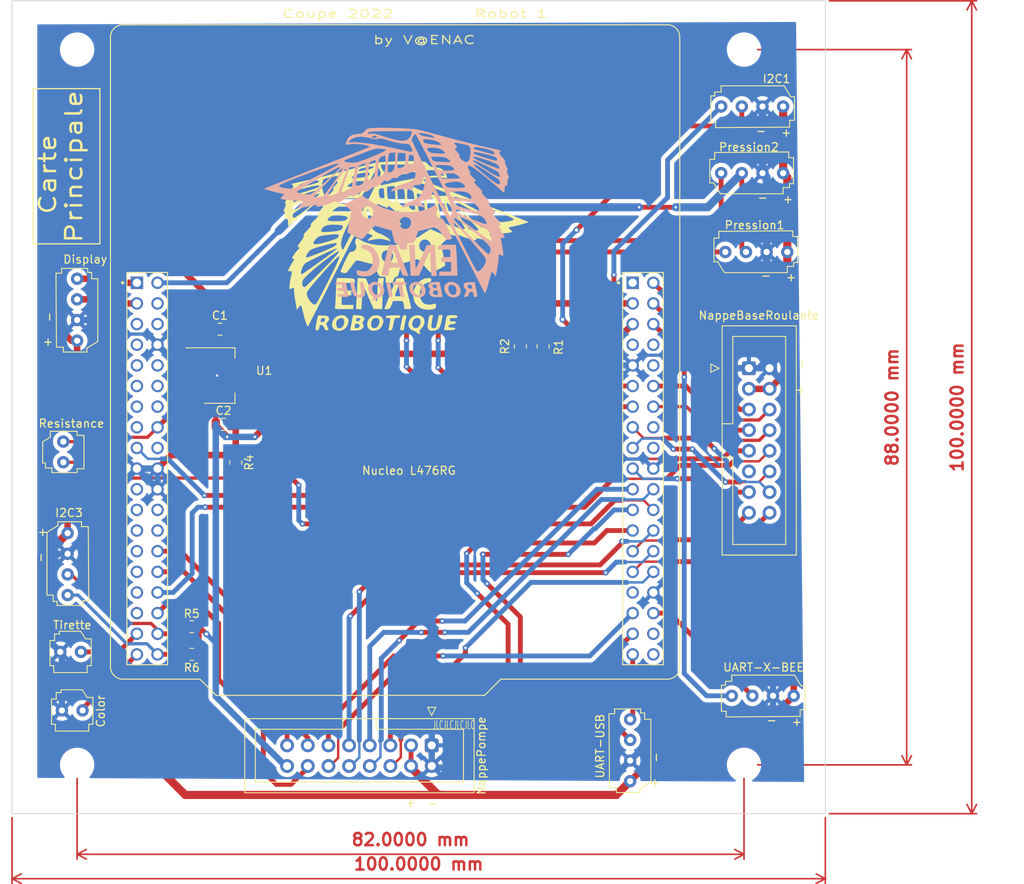
<source format=kicad_pcb>
(kicad_pcb (version 20211014) (generator pcbnew)
  (title_block (comment 4 "AISLER Project ID: FQXJOFHD"))
  (layers (0 "F.Cu" signal) (31 "B.Cu" signal) (34 "B.Paste" user) (35 "F.Paste" user) (36 "B.SilkS" user "B.Silkscreen") (37 "F.SilkS" user "F.Silkscreen") (38 "B.Mask" user) (39 "F.Mask" user) (44 "Edge.Cuts" user))
  (net 0 "")
  (net 1 "+5V")
  (net 2 "GND")
  (net 3 "+3V3")
  (net 4 "COL_GPIO")
  (net 5 "TIR_GPIO")
  (net 6 "SDA_I2C3")
  (net 7 "SCL_I2C3")
  (net 8 "USART_TX")
  (net 9 "USART_RX")
  (net 10 "XBeeTx")
  (net 11 "XbeeRx")
  (net 12 "MC1B")
  (net 13 "MC1A")
  (net 14 "MC2B")
  (net 15 "MC2A")
  (net 16 "CONTACTEUR1_GPIO")
  (net 17 "CONTACTEUR2_GPIO")
  (net 19 "DataAX12_TX")
  (net 20 "RC_1B")
  (net 21 "RC_1A")
  (net 22 "RC_2B")
  (net 23 "RC_2A")
  (net 24 "Mot2DIR")
  (net 25 "Mot2PWM")
  (net 26 "Mot1DIR")
  (net 27 "Mot1PWM")
  (net 28 "POMPE1")
  (net 29 "POMPE2")
  (net 30 "EV1")
  (net 31 "EV2")
  (net 32 "S1")
  (net 33 "S2")
  (net 34 "S3")
  (net 35 "DATA_PRESS_1")
  (net 36 "CLK_PRESS")
  (net 37 "A_Resistance")
  (net 38 "DIO_Display")
  (net 39 "CLK_Display")
  (net 40 "DATA_PRESS_2")
  (net 41 "SDA_I2C1")
  (net 42 "SCL_I2C1")
  (footprint "Resistor_SMD:R_0805_2012Metric" (layer "F.Cu") (at 120.3 77.5125 90)
    (fp_text reference "R1")
    (fp_text value "2.2k")
  )
  (footprint "library:HE14_EMBASE_1x04" (layer "F.Cu") (at 151.11 120.5 180)
    (fp_text reference "UART-X-BEE")
    (fp_text value "UART")
  )
  (footprint "Capacitor_SMD:C_0805_2012Metric" (layer "F.Cu") (at 80.55 75.4)
    (fp_text reference "C1")
    (fp_text value "100n")
  )
  (footprint "library:HE14_EMBASE_1x04" (layer "F.Cu") (at 142.19 56.2)
    (fp_text reference "Pression2")
    (fp_text value "Conn_01x04_Male")
  )
  (footprint "MountingHole:MountingHole_3.2mm_M3" (layer "F.Cu") (at 145 129)
    (fp_text reference "REF**" hide)
    (fp_text value "MountingHole_3.2mm_M3")
  )
  (footprint "library:HE14_EMBASE_1x04" (layer "F.Cu") (at 149.81 48 180)
    (fp_text reference "I2C1")
    (fp_text value "I2C")
  )
  (footprint "MountingHole:MountingHole_3.2mm_M3" (layer "F.Cu") (at 63 41)
    (fp_text reference "REF**" hide)
    (fp_text value "MountingHole_3.2mm_M3")
  )
  (footprint "Package_TO_SOT_SMD:SOT-223-3_TabPin2" (layer "F.Cu") (at 80.5 81.1)
    (fp_text reference "U1")
    (fp_text value "LT1129-3.3_SOT223")
  )
  (footprint "library:HE14_EMBASE_1x04" (layer "F.Cu") (at 63 76.81 90)
    (fp_text reference "Display")
    (fp_text value "Conn_01x04_Male")
  )
  (footprint "library:HE14_EMBASE_1x04" (layer "F.Cu") (at 142.7 65.9)
    (fp_text reference "Pression1")
    (fp_text value "Conn_01x04_Male")
  )
  (footprint "Capacitor_SMD:C_0805_2012Metric" (layer "F.Cu") (at 81 87.1)
    (fp_text reference "C2")
    (fp_text value "10u")
  )
  (footprint "Resistor_SMD:R_0805_2012Metric" (layer "F.Cu") (at 77.1 115.4 180)
    (fp_text reference "R6")
    (fp_text value "2.2k")
  )
  (footprint "library:ST_NUCLEO-F401RE" (layer "F.Cu") (at 102.1 79.2)
    (fp_text reference "Nucleo L476RG")
    (fp_text value "NUCLEO64-F411RE")
  )
  (footprint "library:HE14_EMBASE_1x02" (layer "F.Cu") (at 61.3 88.468 -90)
    (fp_text reference "Resistance")
    (fp_text value "Conn_01x02_Male")
  )
  (footprint "library:HE14_EMBASE_1x04" (layer "F.Cu") (at 131 131.01 90)
    (fp_text reference "UART-USB")
    (fp_text value "UART")
  )
  (footprint "MountingHole:MountingHole_3.2mm_M3" (layer "F.Cu") (at 63 129)
    (fp_text reference "REF**" hide)
    (fp_text value "MountingHole_3.2mm_M3")
  )
  (footprint "library:HE14_EMBASE_1x02" (layer "F.Cu") (at 64.232 115.1 180)
    (fp_text reference "Tirette")
    (fp_text value "Conn_01x02_Male")
  )
  (footprint "Resistor_SMD:R_0805_2012Metric" (layer "F.Cu") (at 82.5 91.8 -90)
    (fp_text reference "R4")
    (fp_text value "1k")
  )
  (footprint "MountingHole:MountingHole_3.2mm_M3" (layer "F.Cu") (at 145 41)
    (fp_text reference "REF**" hide)
    (fp_text value "MountingHole_3.2mm_M3")
  )
  (footprint "Connector_IDC:IDC-Header_2x08_P2.54mm_Vertical" (layer "F.Cu") (at 106.6 126.6 -90)
    (fp_text reference "NappePompe")
    (fp_text value "Conn_02x08_Top_Bottom")
  )
  (footprint "library:logo" (layer "F.Cu") (at 103.4 65.3)
    (fp_text reference "G***" hide)
    (fp_text value "LOGO" hide)
  )
  (footprint "Connector_IDC:IDC-Header_2x08_P2.54mm_Vertical" (layer "F.Cu") (at 145.6 80.2)
    (fp_text reference "NappeBaseRoulante")
    (fp_text value "Conn_02x08_Top_Bottom")
  )
  (footprint "Resistor_SMD:R_0805_2012Metric" (layer "F.Cu") (at 117.5 77.5125 90)
    (fp_text reference "R2")
    (fp_text value "2.2k")
  )
  (footprint "library:HE14_EMBASE_1x04" (layer "F.Cu") (at 61.832 100.49 -90)
    (fp_text reference "I2C3")
    (fp_text value "I2C")
  )
  (footprint "library:HE14_EMBASE_1x02" (layer "F.Cu") (at 64.432 122.3 180)
    (fp_text reference "Color")
    (fp_text value "Conn_01x02_Male")
  )
  (footprint "Resistor_SMD:R_0805_2012Metric" (layer "F.Cu") (at 77.0875 112 180)
    (fp_text reference "R5")
    (fp_text value "2.2k")
  )
  (footprint "library:logo" (layer "B.Cu") (at 101.1 61.2 180)
    (fp_text reference "G***" hide)
    (fp_text value "LOGO" hide)
  )
  (gr_line (start 57.6 45.8) (end 65.8 45.8) (layer "F.SilkS") (width 0.15))
  (gr_line (start 65.8 45.8) (end 65.8 64.9) (layer "F.SilkS") (width 0.15))
  (gr_line (start 57.6 64.9) (end 57.6 46) (layer "F.SilkS") (width 0.15))
  (gr_line (start 65.8 64.9) (end 57.6 64.9) (layer "F.SilkS") (width 0.15))
  (gr_line (start 57.6 46) (end 57.6 45.8) (layer "F.SilkS") (width 0.15))
  (gr_rect (start 55 35) (end 155 135) (layer "Edge.Cuts") (width 0.1) (fill none))
  (gr_text "+\n" (at 59.5 77 270) (layer "F.SilkS") (effects (font (size 1 1))))
  (gr_text "-" (at 59.7 73.9 270) (layer "F.SilkS") (effects (font (size 1 1))))
  (gr_text "-" (at 147.7 68.8) (layer "F.SilkS") (effects (font (size 1 1))))
  (gr_text "+\n" (at 58.7 100.4 90) (layer "F.SilkS") (effects (font (size 1 1))))
  (gr_text "Coupe 2022		Robot 1 \n\n by V@ENAC" (at 105.1 38.2) (layer "F.SilkS") (effects (font (size 1 1.5))))
  (gr_text "Carte \nPrincipale" (at 61 55.4 90) (layer "F.SilkS") (effects (font (size 2 2.5) (thickness 0.3))))
  (gr_text "-" (at 106.8 133.9 180) (layer "F.SilkS") (effects (font (size 1 1))))
  (gr_text "+\n" (at 150.2 51.2) (layer "F.SilkS") (effects (font (size 1 1))))
  (gr_text "+\n" (at 150.8 69) (layer "F.SilkS") (effects (font (size 1 1))))
  (gr_text "-" (at 152.2 79.8 270) (layer "F.SilkS") (effects (font (size 1 1))))
  (gr_text "-" (at 58.5 103.5 90) (layer "F.SilkS") (effects (font (size 1 1))))
  (gr_text "-" (at 147.3 59.2) (layer "F.SilkS") (effects (font (size 1 1))))
  (gr_text "+\n" (at 151.5 123.7) (layer "F.SilkS") (effects (font (size 1 1))))
  (gr_text "-" (at 134.3 128.1 270) (layer "F.SilkS") (effects (font (size 1 1))))
  (gr_text "-" (at 148.4 123.5) (layer "F.SilkS") (effects (font (size 1 1))))
  (gr_text "+\n" (at 104 133.8 180) (layer "F.SilkS") (effects (font (size 1 1))))
  (gr_text "+\n" (at 152 82.9 270) (layer "F.SilkS") (effects (font (size 1 1))))
  (gr_text "+\n" (at 150.4 59.4) (layer "F.SilkS") (effects (font (size 1 1))))
  (gr_text "-" (at 147.1 51) (layer "F.SilkS") (effects (font (size 1 1))))
  (gr_text "+\n" (at 134.1 131.2 270) (layer "F.SilkS") (effects (font (size 1 1))))
  (gr_text "JLCJLCJLCJLC" (at 109.3 124.1) (layer "F.SilkS") (effects (font (size 1 0.5) (thickness 0.08))))
  (dimension (type aligned) (layer "F.Cu") (pts (xy 145 129) (xy 145 41)) (height 20) (gr_text "88,0000 mm" (at 163.2 85 90) (layer "F.Cu") (effects (font (size 1.5 1.5) (thickness 0.3)))) (format (units 3) (units_format 1) (precision 4)) (style (thickness 0.2) (arrow_length 1.27) (text_position_mode 0) (extension_height 0.58642) (extension_offset 0.5) keep_text_aligned))
  (dimension (type aligned) (layer "F.Cu") (pts (xy 155 135) (xy 155 35)) (height 18) (gr_text "100,0000 mm" (at 171.2 85 90) (layer "F.Cu") (effects (font (size 1.5 1.5) (thickness 0.3)))) (format (units 3) (units_format 1) (precision 4)) (style (thickness 0.2) (arrow_length 1.27) (text_position_mode 0) (extension_height 0.58642) (extension_offset 0.5) keep_text_aligned))
  (dimension (type aligned) (layer "F.Cu") (pts (xy 155 135) (xy 55 135)) (height -8) (gr_text "100,0000 mm" (at 105 141.2) (layer "F.Cu") (effects (font (size 1.5 1.5) (thickness 0.3)))) (format (units 3) (units_format 1) (precision 4)) (style (thickness 0.2) (arrow_length 1.27) (text_position_mode 0) (extension_height 0.58642) (extension_offset 0.5) keep_text_aligned))
  (dimension (type aligned) (layer "F.Cu") (pts (xy 145 129) (xy 63 129)) (height -11) (gr_text "82,0000 mm" (at 104 138.2) (layer "F.Cu") (effects (font (size 1.5 1.5) (thickness 0.3)))) (format (units 3) (units_format 1) (precision 4)) (style (thickness 0.2) (arrow_length 1.27) (text_position_mode 0) (extension_height 0.58642) (extension_offset 0.5) keep_text_aligned))
  (segment (start 131 131.01) (end 129.31 132.7) (width 1) (layer "F.Cu") (net 1))
  (segment (start 150.32 56.71) (end 149.81 56.2) (width 1) (layer "F.Cu") (net 1))
  (segment (start 149.81 48) (end 149.81 56.2) (width 1) (layer "F.Cu") (net 1))
  (segment (start 61.832 95.832) (end 58.7 92.7) (width 0.8) (layer "F.Cu") (net 1))
  (segment (start 151.21 79.67) (end 150.32 78.78) (width 1) (layer "F.Cu") (net 1))
  (segment (start 58.7 87.6) (end 63 83.3) (width 0.8) (layer "F.Cu") (net 1))
  (segment (start 148.4 123.21) (end 151.11 120.5) (width 0.8) (layer "F.Cu") (net 1))
  (segment (start 108 132.7) (end 76.3 132.7) (width 1) (layer "F.Cu") (net 1))
  (segment (start 150.32 78.78) (end 150.32 65.9) (width 1) (layer "F.Cu") (net 1))
  (segment (start 58.6 103.722) (end 61.832 100.49) (width 1) (layer "F.Cu") (net 1))
  (segment (start 108 132.7) (end 107.42 132.7) (width 1) (layer "F.Cu") (net 1))
  (segment (start 148.14 82.74) (end 145.6 82.74) (width 0.8) (layer "F.Cu") (net 1))
  (segment (start 131 131.01) (end 138.71 123.3) (width 0.8) (layer "F.Cu") (net 1))
  (segment (start 74.3 66.5) (end 79.6 71.8) (width 0.8) (layer "F.Cu") (net 1))
  (segment (start 150.32 65.9) (end 150.32 56.71) (width 1) (layer "F.Cu") (net 1))
  (segment (start 62.31 76.81) (end 60.6 75.1) (width 0.8) (layer "F.Cu") (net 1))
  (segment (start 60.6 75.1) (end 60.6 68.3) (width 0.8) (layer "F.Cu") (net 1))
  (segment (start 151.21 79.67) (end 151.11 79.77) (width 0.8) (layer "F.Cu") (net 1))
  (segment (start 76.3 132.7) (end 75.95 132.35) (width 1) (layer "F.Cu") (net 1))
  (segment (start 61.832 100.49) (end 61.832 95.832) (width 0.8) (layer "F.Cu") (net 1))
  (segment (start 60.2 124.7) (end 58.6 123.1) (width 1) (layer "F.Cu") (net 1))
  (segment (start 58.7 92.7) (end 58.7 87.6) (width 0.8) (layer "F.Cu") (net 1))
  (segment (start 79.6 71.8) (end 79.6 75.4) (width 0.8) (layer "F.Cu") (net 1))
  (segment (start 62.4 66.5) (end 74.3 66.5) (width 0.8) (layer "F.Cu") (net 1))
  (segment (start 60.6 68.3) (end 62.4 66.5) (width 0.8) (layer "F.Cu") (net 1))
  (segment (start 75.95 132.35) (end 68.3 124.7) (width 1) (layer "F.Cu") (net 1))
  (segment (start 129.31 132.7) (end 108 132.7) (width 1) (layer "F.Cu") (net 1))
  (segment (start 151.21 79.67) (end 148.14 82.74) (width 0.8) (layer "F.Cu") (net 1))
  (segment (start 63 76.81) (end 62.31 76.81) (width 0.8) (layer "F.Cu") (net 1))
  (segment (start 104.06 129.34) (end 104.06 126.8) (width 0.6) (layer "F.Cu") (net 1))
  (segment (start 107.42 132.7) (end 104.06 129.34) (width 1) (layer "F.Cu") (net 1))
  (segment (start 77.35 77.65) (end 79.6 75.4) (width 0.8) (layer "F.Cu") (net 1))
  (segment (start 63 83.3) (end 63 76.81) (width 0.8) (layer "F.Cu") (net 1))
  (segment (start 68.3 124.7) (end 60.2 124.7) (width 1) (layer "F.Cu") (net 1))
  (segment (start 151.11 79.77) (end 151.11 120.5) (width 0.8) (layer "F.Cu") (net 1))
  (segment (start 77.35 78.8) (end 77.35 77.65) (width 0.8) (layer "F.Cu") (net 1))
  (segment (start 59.011 103.311) (end 61.832 100.49) (width 0.8) (layer "F.Cu") (net 1))
  (segment (start 58.6 103.722) (end 59.011 103.311) (width 1) (layer "F.Cu") (net 1))
  (segment (start 58.6 113.5) (end 58.6 103.722) (width 1) (layer "F.Cu") (net 1))
  (segment (start 148.4 123.3) (end 148.4 123.21) (width 0.8) (layer "F.Cu") (net 1))
  (segment (start 58.6 123.1) (end 58.6 113.5) (width 1) (layer "F.Cu") (net 1))
  (segment (start 138.71 123.3) (end 148.4 123.3) (width 0.8) (layer "F.Cu") (net 1))
  (segment (start 82.5 90.8875) (end 74.5525 90.8875) (width 0.8) (layer "F.Cu") (net 2))
  (segment (start 82.5 90.8875) (end 82.5 87.65) (width 0.8) (layer "F.Cu") (net 2))
  (segment (start 81.95 82.8) (end 83.65 81.1) (width 0.8) (layer "F.Cu") (net 2))
  (segment (start 81.95 87.1) (end 81.95 82.8) (width 0.8) (layer "F.Cu") (net 2))
  (segment (start 80.2 81.1) (end 77.35 81.1) (width 0.8) (layer "F.Cu") (net 2))
  (segment (start 82.5 87.65) (end 81.95 87.1) (width 0.8) (layer "F.Cu") (net 2))
  (segment (start 74.5525 90.8875) (end 72.89 92.55) (width 0.8) (layer "F.Cu") (net 2))
  (segment (start 83.65 81.1) (end 83.65 80.95) (width 0.8) (layer "F.Cu") (net 2))
  (segment (start 83.65 77.55) (end 81.5 75.4) (width 0.8) (layer "F.Cu") (net 2))
  (segment (start 83.65 81.1) (end 80.2 81.1) (width 0.8) (layer "F.Cu") (net 2))
  (segment (start 83.65 80.95) (end 83.65 77.55) (width 0.8) (layer "F.Cu") (net 2))
  (via (at 80.2 81.1) (size 0.7) (drill 0.3) (layers "F.Cu" "B.Cu") (net 2))
  (segment (start 148.1 78.9) (end 148.2 78.9) (width 0.8) (layer "B.Cu") (net 2))
  (segment (start 128.6 80.9) (end 128.6 90.3) (width 0.8) (layer "B.Cu") (net 2))
  (segment (start 135.4 78.6) (end 137 80.2) (width 0.8) (layer "B.Cu") (net 2))
  (segment (start 135.8 109.7) (end 135.8 123.1) (width 0.8) (layer "B.Cu") (net 2))
  (segment (start 147.78 65.9) (end 147.78 56.71) (width 1) (layer "B.Cu") (net 2))
  (segment (start 146.9 80.1) (end 148.1 78.9) (width 0.8) (layer "B.Cu") (net 2))
  (segment (start 149.245 81.305) (end 148.14 80.2) (width 0.8) (layer "B.Cu") (net 2))
  (segment (start 147.27 56.2) (end 147.27 48) (width 1) (layer "B.Cu") (net 2))
  (segment (start 151.1 83.16) (end 149.245 81.305) (width 0.8) (layer "B.Cu") (net 2))
  (segment (start 148.2 78.9) (end 148.2 80.26) (width 0.8) (layer "B.Cu") (net 2))
  (segment (start 132.56 78.6) (end 135.4 78.6) (width 0.4) (layer "B.Cu") (net 2))
  (segment (start 147.78 67.68) (end 147.78 65.9) (width 1) (layer "B.Cu") (net 2))
  (segment (start 61.13 115.3) (end 60.93 115.1) (width 0.8) (layer "B.Cu") (net 2))
  (segment (start 130.13 129.34) (end 131 128.47) (width 0.8) (layer "B.Cu") (net 2))
  (segment (start 76.68 81.1) (end 72.89 77.31) (width 0.8) (layer "B.Cu") (net 2))
  (segment (start 89.75 87.05) (end 106.6 103.9) (width 0.8) (layer "B.Cu") (net 2))
  (segment (start 133.27 125.63) (end 133.27 126.2) (width 0.8) (layer "B.Cu") (net 2))
  (segment (start 148.67 78.43) (end 148.67 80.73) (width 0.8) (layer "B.Cu") (net 2))
  (segment (start 148.67 68.57) (end 147.78 67.68) (width 1) (layer "B.Cu") (net 2))
  (segment (start 148.2 80.26) (end 148.87 80.93) (width 0.8) (layer "B.Cu") (net 2))
  (segment (start 148.67 78.43) (end 148.67 68.57) (width 1) (layer "B.Cu") (net 2))
  (segment (start 70.35 92.55) (end 72.89 92.55) (width 0.8) (layer "B.Cu") (net 2))
  (segment (start 133.85 92.55) (end 132.685489 91.385489) (width 0.4) (layer "B.Cu") (net 2))
  (segment (start 72.89 77.31) (end 72.89 76.99) (width 0.4) (layer "B.Cu") (net 2))
  (segment (start 148.57 120.5) (end 148.57 122.43) (width 0.8) (layer "B.Cu") (net 2))
  (segment (start 72.89 95.09) (end 72.89 92.55) (width 0.8) (layer "B.Cu") (net 2))
  (segment (start 148.57 120.5) (end 148.57 115.68) (width 0.8) (layer "B.Cu") (net 2))
  (segment (start 59.9 103.8) (end 59.9 114.07) (width 0.8) (layer "B.Cu") (net 2))
  (segment (start 129.685489 91.385489) (end 129.3 91) (width 0.4) (layer "B.Cu") (net 2))
  (segment (start 132.685489 91.385489) (end 129.685489 91.385489) (width 0.4) (layer "B.Cu") (net 2))
  (segment (start 106.6 103.9) (end 106.6 126.8) (width 0.8) (layer "B.Cu") (net 2))
  (segment (start 61.832 103.03) (end 68.4 96.462) (width 0.8) (layer "B.Cu") (net 2))
  (segment (start 106.6 129.34) (end 130.13 129.34) (width 0.8) (layer "B.Cu") (net 2))
  (segment (start 147.78 56.71) (end 147.27 56.2) (width 1) (layer "B.Cu") (net 2))
  (segment (start 71.9 76) (end 69.2 76) (width 0.4) (layer "B.Cu") (net 2))
  (segment (start 148.67 80.73) (end 148.87 80.93) (width 0.8) (layer "B.Cu") (net 2))
  (segment (start 135.1 123.8) (end 133.27 125.63) (width 0.8) (layer "B.Cu") (net 2))
  (segment (start 106.6 129.34) (end 106.6 126.8) (width 0.8) (layer "B.Cu") (net 2))
  (segment (start 89.45 87.05) (end 89.75 87.05) (width 0.8) (layer "B.Cu") (net 2))
  (segment (start 83.65 80.95) (end 89.75 87.05) (width 0.8) (layer "B.Cu") (net 2))
  (segment (start 131.31 79.85) (end 132.56 78.6) (width 0.4) (layer "B.Cu") (net 2))
  (segment (start 135.76 109.7) (end 133.85 107.79) (width 0.8) (layer "B.Cu") (net 2))
  (segment (start 147.2 123.8) (end 135.1 123.8) (width 0.8) (layer "B.Cu") (net 2))
  (segment (start 59.9 114.07) (end 60.93 115.1) (width 0.8) (layer "B.Cu") (net 2))
  (segment (start 148.14 80.2) (end 145.6 80.2) (width 0.8) (layer "B.Cu") (net 2))
  (segment (start 133.27 126.2) (end 131 128.47) (width 0.8) (layer "B.Cu") (net 2))
  (segment (start 69.2 76) (end 67.47 74.27) (width 0.8) (layer "B.Cu") (net 2))
  (segment (start 131.31 79.85) (end 129.65 79.85) (width 0.8) (layer "B.Cu") (net 2))
  (segment (start 83.5 81.1) (end 80.2 81.1) (width 0.8) (layer "B.Cu") (net 2))
  (segment (start 148.57 122.43) (end 147.2 123.8) (width 0.8) (layer "B.Cu") (net 2))
  (segment (start 60.67 103.03) (end 59.9 103.8) (width 0.8) (layer "B.Cu") (net 2))
  (segment (start 129.65 79.85) (end 128.6 80.9) (width 0.8) (layer "B.Cu") (net 2))
  (segment (start 61.13 122.3) (end 61.13 115.3) (width 0.8) (layer "B.Cu") (net 2))
  (segment (start 148.87 80.93) (end 149.245 81.305) (width 0.8) (layer "B.Cu") (net 2))
  (segment (start 61.832 103.03) (end 60.67 103.03) (width 0.8) (layer "B.Cu") (net 2))
  (segment (start 67.47 74.27) (end 63 74.27) (width 0.8) (layer "B.Cu") (net 2))
  (segment (start 83.5 81.1) (end 89.45 87.05) (width 0.8) (layer "B.Cu") (net 2))
  (segment (start 68.4 96.462) (end 68.4 94.5) (width 0.8) (layer "B.Cu") (net 2))
  (segment (start 72.89 76.99) (end 71.9 76) (width 0.4) (layer "B.Cu") (net 2))
  (segment (start 68.4 94.5) (end 70.35 92.55) (width 0.8) (layer "B.Cu") (net 2))
  (segment (start 148.67 78.43) (end 148.2 78.9) (width 0.8) (layer "B.Cu") (net 2))
  (segment (start 135.8 109.7) (end 135.76 109.7) (width 0.8) (layer "B.Cu") (net 2))
  (segment (start 128.6 90.3) (end 129.3 91) (width 0.8) (layer "B.Cu") (net 2))
  (segment (start 70.35 92.55) (end 72.89 95.09) (width 0.8) (layer "B.Cu") (net 2))
  (segment (start 80.2 81.1) (end 76.68 81.1) (width 0.8) (layer "B.Cu") (net 2))
  (segment (start 151.1 113.15) (end 151.1 83.16) (width 0.8) (layer "B.Cu") (net 2))
  (segment (start 135.8 123.1) (end 135.1 123.8) (width 0.8) (layer "B.Cu") (net 2))
  (segment (start 137 80.2) (end 145.6 80.2) (width 0.8) (layer "B.Cu") (net 2))
  (segment (start 148.57 115.68) (end 151.1 113.15) (width 0.8) (layer "B.Cu") (net 2))
  (segment (start 80.05 86.1) (end 80.05 87.1) (width 0.6) (layer "F.Cu") (net 3))
  (segment (start 81.45 88.65) (end 80.05 87.25) (width 0.8) (layer "F.Cu") (net 3))
  (segment (start 71.66 88.7) (end 68.2 88.7) (width 0.4) (layer "F.Cu") (net 3))
  (segment (start 68.2 88.7) (end 67.67 89.23) (width 0.4) (layer "F.Cu") (net 3))
  (segment (start 78.0125 112.0125) (end 78 112) (width 0.6) (layer "F.Cu") (net 3))
  (segment (start 78 112) (end 78.9 112.9) (width 0.6) (layer "F.Cu") (net 3))
  (segment (start 72.89 87.47) (end 71.66 88.7) (width 0.4) (layer "F.Cu") (net 3))
  (segment (start 80.05 87.25) (end 80.05 87.1) (width 0.8) (layer "F.Cu") (net 3))
  (segment (start 76.96 83.4) (end 77.35 83.4) (width 0.6) (layer "F.Cu") (net 3))
  (segment (start 120.3 78.425) (end 117.5 78.425) (width 0.8) (layer "F.Cu") (net 3))
  (segment (start 77.35 83.4) (end 80.05 86.1) (width 0.6) (layer "F.Cu") (net 3))
  (segment (start 72.89 87.47) (end 76.96 83.4) (width 0.6) (layer "F.Cu") (net 3))
  (segment (start 95.075 78.425) (end 84.85 88.65) (width 0.8) (layer "F.Cu") (net 3))
  (segment (start 78.0125 115.4) (end 78.0125 112.0125) (width 0.6) (layer "F.Cu") (net 3))
  (segment (start 117.5 78.425) (end 95.175 78.425) (width 0.8) (layer "F.Cu") (net 3))
  (segment (start 117.5875 78.3375) (end 117.5 78.425) (width 0.4) (layer "F.Cu") (net 3))
  (segment (start 67.67 89.23) (end 61.3 89.23) (width 0.4) (layer "F.Cu") (net 3))
  (segment (start 95.175 78.425) (end 95.075 78.425) (width 0.8) (layer "F.Cu") (net 3))
  (via (at 84.85 88.65) (size 0.7) (drill 0.3) (layers "F.Cu" "B.Cu") (net 3))
  (via (at 81.45 88.65) (size 0.7) (drill 0.3) (layers "F.Cu" "B.Cu") (net 3))
  (via (at 78.9 112.9) (size 0.8) (drill 0.4) (layers "F.Cu" "B.Cu") (net 3))
  (segment (start 80.05 109.95) (end 80.05 114.25) (width 0.8) (layer "B.Cu") (net 3))
  (segment (start 80.05 87.1) (end 80.05 87.45) (width 0.8) (layer "B.Cu") (net 3))
  (segment (start 80.05 114.05) (end 80.05 114.25) (width 0.6) (layer "B.Cu") (net 3))
  (segment (start 80.05 114.25) (end 80.05 120.57) (width 0.8) (layer "B.Cu") (net 3))
  (segment (start 80.05 120.57) (end 88.82 129.34) (width 0.8) (layer "B.Cu") (net 3))
  (segment (start 78.9 112.9) (end 80.05 114.05) (width 0.6) (layer "B.Cu") (net 3))
  (segment (start 80.05 87.1) (end 80.05 109.95) (width 0.8) (layer "B.Cu") (net 3))
  (segment (start 80.05 87.45) (end 81.25 88.65) (width 0.8) (layer "B.Cu") (net 3))
  (segment (start 81.25 88.65) (end 81.45 88.65) (width 0.8) (layer "B.Cu") (net 3))
  (segment (start 81.45 88.65) (end 84.85 88.65) (width 0.8) (layer "B.Cu") (net 3))
  (segment (start 63.67 122.09) (end 63.67 122.3) (width 0.6) (layer "F.Cu") (net 4))
  (segment (start 70.35 115.41) (end 63.67 122.09) (width 0.6) (layer "F.Cu") (net 4))
  (segment (start 70.35 112.87) (end 68.12 115.1) (width 0.6) (layer "F.Cu") (net 5))
  (segment (start 68.12 115.1) (end 63.47 115.1) (width 0.6) (layer "F.Cu") (net 5))
  (segment (start 68.3 111.6) (end 62.27 105.57) (width 0.4) (layer "F.Cu") (net 6))
  (segment (start 72.89 112.87) (end 72.89 112.39) (width 0.4) (layer "F.Cu") (net 6))
  (segment (start 72.1 111.6) (end 68.3 111.6) (width 0.4) (layer "F.Cu") (net 6))
  (segment (start 76.175 112.225) (end 76.175 112) (width 0.6) (layer "F.Cu") (net 6))
  (segment (start 72.89 112.39) (end 72.1 111.6) (width 0.4) (layer "F.Cu") (net 6))
  (segment (start 75.53 112.87) (end 76.175 112.225) (width 0.6) (layer "F.Cu") (net 6))
  (segment (start 75.53 112.87) (end 72.89 112.87) (width 0.6) (layer "F.Cu") (net 6))
  (segment (start 73.02 113) (end 72.89 112.87) (width 0.6) (layer "F.Cu") (net 6))
  (segment (start 62.27 105.57) (end 61.832 105.57) (width 0.4) (layer "F.Cu") (net 6))
  (segment (start 72.9 115.4) (end 72.89 115.41) (width 0.6) (layer "F.Cu") (net 7))
  (segment (start 76.1875 115.4) (end 72.9 115.4) (width 0.6) (layer "F.Cu") (net 7))
  (segment (start 63.11 108.11) (end 69.1 114.1) (width 0.4) (layer "B.Cu") (net 7))
  (segment (start 61.832 108.11) (end 63.11 108.11) (width 0.4) (layer "B.Cu") (net 7))
  (segment (start 71.58 114.1) (end 72.89 115.41) (width 0.4) (layer "B.Cu") (net 7))
  (segment (start 69.1 114.1) (end 71.58 114.1) (width 0.4) (layer "B.Cu") (net 7))
  (segment (start 131 125.93) (end 128.8 123.73) (width 0.6) (layer "F.Cu") (net 8))
  (segment (start 128.8 115.38) (end 131.31 112.87) (width 0.6) (layer "F.Cu") (net 8))
  (segment (start 128.8 123.73) (end 128.8 115.38) (width 0.6) (layer "F.Cu") (net 8))
  (segment (start 131.31 115.41) (end 131.31 123.08) (width 0.6) (layer "F.Cu") (net 9))
  (segment (start 131.31 123.08) (end 131 123.39) (width 0.6) (layer "F.Cu") (net 9))
  (segment (start 135.86 110.33) (end 133.85 110.33) (width 0.6) (layer "F.Cu") (net 10))
  (segment (start 146.03 120.5) (end 135.86 110.33) (width 0.6) (layer "F.Cu") (net 10))
  (segment (start 133.85 74.77) (end 137.65 78.57) (width 0.6) (layer "F.Cu") (net 11))
  (segment (start 137.65 78.57) (end 137.65 81.3) (width 0.6) (layer "F.Cu") (net 11))
  (via (at 137.65 81.3) (size 0.7) (drill 0.3) (layers "F.Cu" "B.Cu") (net 11))
  (segment (start 140.4 120.5) (end 143.49 120.5) (width 0.6) (layer "B.Cu") (net 11))
  (segment (start 137.65 117.75) (end 140.4 120.5) (width 0.6) (layer "B.Cu") (net 11))
  (segment (start 137.65 81.3) (end 137.65 117.75) (width 0.6) (layer "B.Cu") (net 11))
  (segment (start 143.8 79.64) (end 133.85 69.69) (width 0.6) (layer "F.Cu") (net 12))
  (segment (start 143.8 84.6) (end 143.8 79.64) (width 0.6) (layer "F.Cu") (net 12))
  (segment (start 144.48 85.28) (end 143.8 84.6) (width 0.6) (layer "F.Cu") (net 12))
  (segment (start 145.6 85.28) (end 144.48 85.28) (width 0.6) (layer "F.Cu") (net 12))
  (segment (start 143.9 86.4) (end 144.070489 86.570489) (width 0.4) (layer "F.Cu") (net 13))
  (segment (start 133.85 72.23) (end 142.22 80.6) (width 0.6) (layer "F.Cu") (net 13))
  (segment (start 142.7 81.08) (end 142.7 84.5) (width 0.6) (layer "F.Cu") (net 13))
  (segment (start 146.849511 86.570489) (end 148.14 85.28) (width 0.4) (layer "F.Cu") (net 13))
  (segment (start 142.7 84.5) (end 142.7 85.2) (width 0.6) (layer "F.Cu") (net 13))
  (segment (start 142.22 80.6) (end 142.7 81.08) (width 0.6) (layer "F.Cu") (net 13))
  (segment (start 143.7 86.2) (end 143.9 86.4) (width 0.6) (layer "F.Cu") (net 13))
  (segment (start 144.070489 86.570489) (end 146.849511 86.570489) (width 0.4) (layer "F.Cu") (net 13))
  (segment (start 142.7 85.2) (end 143.7 86.2) (width 0.6) (layer "F.Cu") (net 13))
  (segment (start 145.6 87.82) (end 143.27 87.82) (width 0.6) (layer "F.Cu") (net 14))
  (segment (start 143.27 87.82) (end 137.84 82.39) (width 0.6) (layer "F.Cu") (net 14))
  (segment (start 137.84 82.39) (end 133.85 82.39) (width 0.6) (layer "F.Cu") (net 14))
  (segment (start 142.8 89.1) (end 142.1 89.1) (width 0.4) (layer "F.Cu") (net 15))
  (segment (start 142.8 89.1) (end 142.830489 89.069511) (width 0.4) (layer "F.Cu") (net 15))
  (segment (start 142.860489 89.160489) (end 142.8 89.1) (width 0.3) (layer "F.Cu") (net 15))
  (segment (start 142.1 89.1) (end 137.93 84.93) (width 0.4) (layer "F.Cu") (net 15))
  (segment (start 146.890489 89.069511) (end 148.14 87.82) (width 0.4) (layer "F.Cu") (net 15))
  (segment (start 137.93 84.93) (end 133.85 84.93) (width 0.4) (layer "F.Cu") (net 15))
  (segment (start 142.830489 89.069511) (end 146.890489 89.069511) (width 0.4) (layer "F.Cu") (net 15))
  (segment (start 128.7 91.35) (end 135.8 91.35) (width 0.3) (layer "F.Cu") (net 16))
  (segment (start 143.34 90.36) (end 142.35 91.35) (width 0.6) (layer "F.Cu") (net 16))
  (segment (start 142.35 91.35) (end 135.8 91.35) (width 0.6) (layer "F.Cu") (net 16))
  (segment (start 124.2 95.85) (end 128.7 91.35) (width 0.6) (layer "F.Cu") (net 16))
  (segment (start 78.65 95.85) (end 124.2 95.85) (width 0.6) (layer "F.Cu") (net 16))
  (segment (start 145.6 90.36) (end 143.34 90.36) (width 0.6) (layer "F.Cu") (net 16))
  (via (at 78.65 95.85) (size 0.7) (drill 0.3) (layers "F.Cu" "B.Cu") (net 16))
  (segment (start 71.69 91.35) (end 73.4 91.35) (width 0.3) (layer "B.Cu") (net 16))
  (segment (start 74.15 91.35) (end 78.65 95.85) (width 0.6) (layer "B.Cu") (net 16))
  (segment (start 70.35 90.01) (end 71.69 91.35) (width 0.3) (layer "B.Cu") (net 16))
  (segment (start 73.4 91.35) (end 74.15 91.35) (width 0.6) (layer "B.Cu") (net 16))
  (segment (start 146.85 91.65) (end 143.7 91.65) (width 0.3) (layer "F.Cu") (net 17))
  (segment (start 128.9 93.8) (end 131.35 93.8) (width 0.3) (layer "F.Cu") (net 17))
  (segment (start 143.2 92.15) (end 143.65 91.7) (width 0.6) (layer "F.Cu") (net 17))
  (segment (start 78.75 97.3) (end 125.4 97.3) (width 0.6) (layer "F.Cu") (net 17))
  (segment (start 131.35 93.8) (end 135.5 93.8) (width 0.3) (layer "F.Cu") (net 17))
  (segment (start 143.7 91.65) (end 143.65 91.7) (width 0.3) (layer "F.Cu") (net 17))
  (segment (start 125.4 97.3) (end 128.65 94.05) (width 0.6) (layer "F.Cu") (net 17))
  (segment (start 148.14 90.36) (end 146.85 91.65) (width 0.3) (layer "F.Cu") (net 17))
  (segment (start 137.15 92.15) (end 142.9 92.15) (width 0.6) (layer "F.Cu") (net 17))
  (segment (start 135.5 93.8) (end 137.15 92.15) (width 0.6) (layer "F.Cu") (net 17))
  (segment (start 142.9 92.15) (end 143.2 92.15) (width 0.6) (layer "F.Cu") (net 17))
  (segment (start 128.65 94.05) (end 128.9 93.8) (width 0.3) (layer "F.Cu") (net 17))
  (via (at 78.75 97.3) (size 0.7) (drill 0.3) (layers "F.Cu" "B.Cu") (net 17))
  (segment (start 77.15 105.45) (end 77.15 98) (width 0.6) (layer "B.Cu") (net 17))
  (segment (start 74.81 107.79) (end 77.15 105.45) (width 0.6) (layer "B.Cu") (net 17))
  (segment (start 72.89 107.79) (end 74.81 107.79) (width 0.6) (layer "B.Cu") (net 17))
  (segment (start 77.15 98) (end 77.85 97.3) (width 0.6) (layer "B.Cu") (net 17))
  (segment (start 77.85 97.3) (end 78.75 97.3) (width 0.6) (layer "B.Cu") (net 17))
  (segment (start 144.55 94.2) (end 146.84 94.2) (width 0.3) (layer "F.Cu") (net 19))
  (segment (start 136.3 90.15) (end 138.65 90.15) (width 0.6) (layer "F.Cu") (net 19))
  (segment (start 142.7 94.2) (end 144.55 94.2) (width 0.6) (layer "F.Cu") (net 19))
  (segment (start 146.84 94.2) (end 148.14 92.9) (width 0.3) (layer "F.Cu") (net 19))
  (via (at 142.7 94.2) (size 0.7) (drill 0.3) (layers "F.Cu" "B.Cu") (net 19))
  (via (at 138.65 90.15) (size 0.7) (drill 0.3) (layers "F.Cu" "B.Cu") (net 19))
  (via (at 136.3 90.15) (size 0.7) (drill 0.3) (layers "F.Cu" "B.Cu") (net 19))
  (segment (start 135 88.85) (end 136.3 90.15) (width 0.6) (layer "B.Cu") (net 19))
  (segment (start 132.47 88.85) (end 135 88.85) (width 0.3) (layer "B.Cu") (net 19))
  (segment (start 131.31 90.01) (end 132.47 88.85) (width 0.3) (layer "B.Cu") (net 19))
  (segment (start 138.65 90.15) (end 142.7 94.2) (width 0.6) (layer "B.Cu") (net 19))
  (segment (start 132.62 101.4) (end 131.31 102.71) (width 0.3) (layer "F.Cu") (net 20))
  (segment (start 134.7 101.3) (end 134.6 101.4) (width 0.3) (layer "F.Cu") (net 20))
  (segment (start 142.28 101.3) (end 135.2 101.3) (width 0.6) (layer "F.Cu") (net 20))
  (segment (start 145.6 97.98) (end 142.28 101.3) (width 0.6) (layer "F.Cu") (net 20))
  (segment (start 135.2 101.3) (end 134.7 101.3) (width 0.3) (layer "F.Cu") (net 20))
  (segment (start 134.6 101.4) (end 132.62 101.4) (width 0.3) (layer "F.Cu") (net 20))
  (segment (start 135.3 104) (end 132.56 104) (width 0.3) (layer "F.Cu") (net 21))
  (segment (start 148.14 97.98) (end 142.12 104) (width 0.6) (layer "F.Cu") (net 21))
  (segment (start 142.12 104) (end 135.3 104) (width 0.6) (layer "F.Cu") (net 21))
  (segment (start 132.56 104) (end 131.31 105.25) (width 0.3) (layer "F.Cu") (net 21))
  (segment (start 142.29 95.44) (end 145.6 95.44) (width 0.6) (layer "F.Cu") (net 22))
  (segment (start 140.65 93.8) (end 142.29 95.44) (width 0.6) (layer "F.Cu") (net 22))
  (segment (start 136.8 93.8) (end 140.65 93.8) (width 0.6) (layer "F.Cu") (net 22))
  (via (at 136.8 93.8) (size 0.7) (drill 0.3) (layers "F.Cu" "B.Cu") (net 22))
  (segment (start 136.4 93.8) (end 136.8 93.8) (width 0.6) (layer "B.Cu") (net 22))
  (segment (start 131.31 92.55) (end 132.56 93.8) (width 0.3) (layer "B.Cu") (net 22))
  (segment (start 132.56 93.8) (end 135.25 93.8) (width 0.3) (layer "B.Cu") (net 22))
  (segment (start 135.25 93.8) (end 136.4 93.8) (width 0.6) (layer "B.Cu") (net 22))
  (segment (start 131.31 87.47) (end 132.64 88.8) (width 0.3) (layer "F.Cu") (net 23))
  (segment (start 132.64 88.8) (end 135.1 88.8) (width 0.3) (layer "F.Cu") (net 23))
  (segment (start 135.1 88.8) (end 140.05 88.8) (width 0.6) (layer "F.Cu") (net 23))
  (segment (start 140.05 88.8) (end 141.35 90.1) (width 0.6) (layer "F.Cu") (net 23))
  (via (at 141.35 90.1) (size 0.7) (drill 0.3) (layers "F.Cu" "B.Cu") (net 23))
  (segment (start 145.3 94.2) (end 146.9 94.2) (width 0.3) (layer "B.Cu") (net 23))
  (segment (start 145.2 94.1) (end 145.3 94.2) (width 0.3) (layer "B.Cu") (net 23))
  (segment (start 142.85 92.45) (end 144.5 94.1) (width 0.6) (layer "B.Cu") (net 23))
  (segment (start 141.35 90.1) (end 142.85 91.6) (width 0.6) (layer "B.Cu") (net 23))
  (segment (start 142.85 91.6) (end 142.85 92.45) (width 0.6) (layer "B.Cu") (net 23))
  (segment (start 144.5 94.1) (end 145.2 94.1) (width 0.3) (layer "B.Cu") (net 23))
  (segment (start 146.9 94.2) (end 148.14 95.44) (width 0.3) (layer "B.Cu") (net 23))
  (segment (start 116 111.7) (end 116 121.1) (width 0.6) (layer "F.Cu") (net 24))
  (segment (start 103.1 123.6) (end 101.52 125.18) (width 0.6) (layer "F.Cu") (net 24))
  (segment (start 112.2 107.9) (end 116 111.7) (width 0.6) (layer "F.Cu") (net 24))
  (segment (start 112.2 101.7) (end 110.9 103) (width 0.6) (layer "F.Cu") (net 24))
  (segment (start 127.6 100.7) (end 126.6 101.7) (width 0.6) (layer "F.Cu") (net 24))
  (segment (start 126.6 101.7) (end 112.6 101.7) (width 0.6) (layer "F.Cu") (net 24))
  (segment (start 128.13 100.17) (end 127.6 100.7) (width 0.6) (layer "F.Cu") (net 24))
  (segment (start 113.5 123.6) (end 103.1 123.6) (width 0.6) (layer "F.Cu") (net 24))
  (segment (start 112.6 101.7) (end 112.2 101.7) (width 0.6) (layer "F.Cu") (net 24))
  (segment (start 116 121.1) (end 113.5 123.6) (width 0.6) (layer "F.Cu") (net 24))
  (segment (start 131.31 100.17) (end 128.13 100.17) (width 0.6) (layer "F.Cu") (net 24))
  (segment (start 101.52 125.18) (end 101.52 126.8) (width 0.6) (layer "F.Cu") (net 24))
  (via (at 110.9 103) (size 0.7) (drill 0.3) (layers "F.Cu" "B.Cu") (net 24))
  (via (at 112.2 107.9) (size 0.7) (drill 0.3) (layers "F.Cu" "B.Cu") (net 24))
  (segment (start 110.9 106.6) (end 112.2 107.9) (width 0.6) (layer "B.Cu") (net 24))
  (segment (start 110.9 103) (end 110.9 106.6) (width 0.6) (layer "B.Cu") (net 24))
  (segment (start 115.3 124.7) (end 103.6 124.7) (width 0.6) (layer "F.Cu") (net 25))
  (segment (start 123.4 103.1) (end 112.9 103.1) (width 0.6) (layer "F.Cu") (net 25))
  (segment (start 101.52 129.34) (end 102.8 128.06) (width 0.3) (layer "F.Cu") (net 25))
  (segment (start 117.5 110.8) (end 117.5 122.5) (width 0.6) (layer "F.Cu") (net 25))
  (segment (start 102.8 125.9) (end 102.8 125.5) (width 0.6) (layer "F.Cu") (net 25))
  (segment (start 117.5 122.5) (end 115.3 124.7) (width 0.6) (layer "F.Cu") (net 25))
  (segment (start 102.8 128.06) (end 102.8 125.9) (width 0.3) (layer "F.Cu") (net 25))
  (segment (start 113.4 106.7) (end 117.5 110.8) (width 0.6) (layer "F.Cu") (net 25))
  (segment (start 102.8 125.5) (end 103.6 124.7) (width 0.6) (layer "F.Cu") (net 25))
  (segment (start 112.9 103.1) (end 112.8 103.1) (width 0.6) (layer "F.Cu") (net 25))
  (via (at 123.4 103.1) (size 0.7) (drill 0.3) (layers "F.Cu" "B.Cu") (net 25))
  (via (at 112.9 103.1) (size 0.7) (drill 0.3) (layers "F.Cu" "B.Cu") (net 25))
  (via (at 113.4 106.7) (size 0.7) (drill 0.3) (layers "F.Cu" "B.Cu") (net 25))
  (segment (start 112.9 106.2) (end 113.4 106.7) (width 0.6) (layer "B.Cu") (net 25))
  (segment (start 131.31 97.63) (end 129.02 97.63) (width 0.6) (layer "B.Cu") (net 25))
  (segment (start 126.55 99.95) (end 123.4 103.1) (width 0.6) (layer "B.Cu") (net 25))
  (segment (start 129.02 97.63) (end 126.7 99.95) (width 0.6) (layer "B.Cu") (net 25))
  (segment (start 126.7 99.95) (end 126.55 99.95) (width 0.6) (layer "B.Cu") (net 25))
  (segment (start 112.9 103.1) (end 112.9 106.2) (width 0.6) (layer "B.Cu") (net 25))
  (segment (start 108.2 112.7) (end 105.3 112.7) (width 0.6) (layer "F.Cu") (net 26))
  (via (at 108.2 112.7) (size 0.7) (drill 0.3) (layers "F.Cu" "B.Cu") (net 26))
  (via (at 105.3 112.7) (size 0.7) (drill 0.3) (layers "F.Cu" "B.Cu") (net 26))
  (segment (start 105.3 112.7) (end 100.7 112.7) (width 0.6) (layer "B.Cu") (net 26))
  (segment (start 111.1 112.7) (end 108.2 112.7) (width 0.6) (layer "B.Cu") (net 26))
  (segment (start 111.75 112.05) (end 111.1 112.7) (width 0.6) (layer "B.Cu") (net 26))
  (segment (start 132.59 96.35) (end 130.2 96.35) (width 0.3) (layer "B.Cu") (net 26))
  (segment (start 130.2 96.35) (end 127.45 96.35) (width 0.6) (layer "B.Cu") (net 26))
  (segment (start 127.45 96.35) (end 111.75 112.05) (width 0.6) (layer "B.Cu") (net 26))
  (segment (start 100.7 112.7) (end 98.98 114.42) (width 0.6) (layer "B.Cu") (net 26))
  (segment (start 132.69 96.25) (end 132.59 96.35) (width 0.3) (layer "B.Cu") (net 26))
  (segment (start 133.85 95.09) (end 132.69 96.25) (width 0.3) (layer "B.Cu") (net 26))
  (segment (start 98.98 114.42) (end 98.98 126.8) (width 0.6) (layer "B.Cu") (net 26))
  (segment (start 107.9 111.3) (end 105 111.3) (width 0.6) (layer "F.Cu") (net 27))
  (segment (start 105 111.3) (end 102.6 113.7) (width 0.6) (layer "F.Cu") (net 27))
  (via (at 107.9 111.3) (size 0.7) (drill 0.3) (layers "F.Cu" "B.Cu") (net 27))
  (via (at 102.6 113.7) (size 0.7) (drill 0.3) (layers "F.Cu" "B.Cu") (net 27))
  (segment (start 102.6 113.7) (end 100.4 115.9) (width 0.6) (layer "B.Cu") (net 27))
  (segment (start 131.31 95.09) (end 128.91 95.09) (width 0.6) (layer "B.Cu") (net 27))
  (segment (start 115.7 106.3) (end 110.7 111.3) (width 0.6) (layer "B.Cu") (net 27))
  (segment (start 126.91 95.09) (end 115.7 106.3) (width 0.6) (layer "B.Cu") (net 27))
  (segment (start 100.3 128.02) (end 100.3 126) (width 0.3) (layer "B.Cu") (net 27))
  (segment (start 110.7 111.3) (end 107.9 111.3) (width 0.6) (layer "B.Cu") (net 27))
  (segment (start 100.4 115.9) (end 100.4 125.9) (width 0.6) (layer "B.Cu") (net 27))
  (segment (start 100.4 125.9) (end 100.3 126) (width 0.6) (layer "B.Cu") (net 27))
  (segment (start 128.91 95.09) (end 126.96 95.09) (width 0.6) (layer "B.Cu") (net 27))
  (segment (start 126.96 95.09) (end 126.91 95.09) (width 0.6) (layer "B.Cu") (net 27))
  (segment (start 98.98 129.34) (end 100.3 128.02) (width 0.3) (layer "B.Cu") (net 27))
  (segment (start 128 105.35) (end 101.95 105.35) (width 0.6) (layer "F.Cu") (net 28))
  (segment (start 101.95 105.35) (end 96.6 110.7) (width 0.6) (layer "F.Cu") (net 28))
  (via (at 96.6 110.7) (size 0.7) (drill 0.3) (layers "F.Cu" "B.Cu") (net 28))
  (via (at 128 105.35) (size 0.7) (drill 0.3) (layers "F.Cu" "B.Cu") (net 28))
  (segment (start 96.6 110.7) (end 96.44 110.86) (width 0.6) (layer "B.Cu") (net 28))
  (segment (start 132.51 104.05) (end 130.35 104.05) (width 0.3) (layer "B.Cu") (net 28))
  (segment (start 130.35 104.05) (end 129.3 104.05) (width 0.6) (layer "B.Cu") (net 28))
  (segment (start 96.44 110.86) (end 96.44 126.8) (width 0.6) (layer "B.Cu") (net 28))
  (segment (start 133.85 102.71) (end 132.51 104.05) (width 0.3) (layer "B.Cu") (net 28))
  (segment (start 129.3 104.05) (end 128 105.35) (width 0.6) (layer "B.Cu") (net 28))
  (segment (start 127.3 104.4) (end 101 104.4) (width 0.6) (layer "F.Cu") (net 29))
  (segment (start 130 101.7) (end 127.3 104.4) (width 0.6) (layer "F.Cu") (net 29))
  (segment (start 130 101.5) (end 130 101.7) (width 0.6) (layer "F.Cu") (net 29))
  (segment (start 101 104.4) (end 97.7 107.7) (width 0.6) (layer "F.Cu") (net 29))
  (via (at 97.7 107.7) (size 0.7) (drill 0.3) (layers "F.Cu" "B.Cu") (net 29))
  (via (at 130 101.5) (size 0.7) (drill 0.3) (layers "F.Cu" "B.Cu") (net 29))
  (segment (start 96.44 129.34) (end 97.38 128.4) (width 0.3) (layer "B.Cu") (net 29))
  (segment (start 133.85 100.17) (end 132.52 101.5) (width 0.3) (layer "B.Cu") (net 29))
  (segment (start 97.7 126.2) (end 97.7 126) (width 0.3) (layer "B.Cu") (net 29))
  (segment (start 97.7 128.08) (end 97.7 126.2) (width 0.3) (layer "B.Cu") (net 29))
  (segment (start 97.38 128.4) (end 97.7 128.08) (width 0.3) (layer "B.Cu") (net 29))
  (segment (start 132.52 101.5) (end 130.65 101.5) (width 0.3) (layer "B.Cu") (net 29))
  (segment (start 130.65 101.5) (end 130 101.5) (width 0.6) (layer "B.Cu") (net 29))
  (segment (start 97.7 126) (end 97.7 107.7) (width 0.6) (layer "B.Cu") (net 29))
  (segment (start 109.091539 116.95) (end 110.75 115.291539) (width 0.6) (layer "F.Cu") (net 30))
  (segment (start 95.1 128.14) (end 93.9 129.34) (width 0.3) (layer "F.Cu") (net 30))
  (segment (start 110.75 114.6) (end 110.75 115.291539) (width 0.6) (layer "F.Cu") (net 30))
  (segment (start 95.1 125.1) (end 95.1 128.14) (width 0.3) (layer "F.Cu") (net 30))
  (segment (start 95.1 124.75) (end 95.1 125.1) (width 0.6) (layer "F.Cu") (net 30))
  (segment (start 102.9 116.95) (end 95.1 124.75) (width 0.6) (layer "F.Cu") (net 30))
  (segment (start 109.091539 116.95) (end 102.9 116.95) (width 0.6) (layer "F.Cu") (net 30))
  (via (at 110.75 114.6) (size 0.7) (drill 0.3) (layers "F.Cu" "B.Cu") (net 30))
  (segment (start 133.85 105.25) (end 132.55 106.55) (width 0.3) (layer "B.Cu") (net 30))
  (segment (start 132.55 106.55) (end 130.6 106.55) (width 0.3) (layer "B.Cu") (net 30))
  (segment (start 130.6 106.55) (end 118.8 106.55) (width 0.6) (layer "B.Cu") (net 30))
  (segment (start 118.8 106.55) (end 110.75 114.6) (width 0.6) (layer "B.Cu") (net 30))
  (segment (start 101.95 115.6) (end 93.9 123.65) (width 0.6) (layer "F.Cu") (net 31))
  (segment (start 93.9 123.65) (end 93.9 126.8) (width 0.6) (layer "F.Cu") (net 31))
  (segment (start 108 115.6) (end 101.95 115.6) (width 0.6) (layer "F.Cu") (net 31))
  (via (at 108 115.6) (size 0.7) (drill 0.3) (layers "F.Cu" "B.Cu") (net 31))
  (segment (start 108 115.6) (end 108.1 115.6) (width 0.6) (layer "B.Cu") (net 31))
  (segment (start 108 115.6) (end 126.04 115.6) (width 0.6) (layer "B.Cu") (net 31))
  (segment (start 126.04 115.6) (end 131.31 110.33) (width 0.6) (layer "B.Cu") (net 31))
  (segment (start 91.36 125.66) (end 91.36 126.8) (width 0.6) (layer "F.Cu") (net 32))
  (segment (start 83.4 110.4) (end 83.4 117.7) (width 0.6) (layer "F.Cu") (net 32))
  (segment (start 75.71 102.71) (end 83.4 110.4) (width 0.6) (layer "F.Cu") (net 32))
  (segment (start 72.89 102.71) (end 75.71 102.71) (width 0.6) (layer "F.Cu") (net 32))
  (segment (start 83.4 117.7) (end 91.36 125.66) (width 0.6) (layer "F.Cu") (net 32))
  (segment (start 88.82 126.8) (end 88.82 125.12) (width 0.6) (layer "F.Cu") (net 33))
  (segment (start 81.9 111) (end 76.15 105.25) (width 0.6) (layer "F.Cu") (net 33))
  (segment (start 76.15 105.25) (end 72.89 105.25) (width 0.6) (layer "F.Cu") (net 33))
  (segment (start 88.82 125.12) (end 81.9 118.2) (width 0.6) (layer "F.Cu") (net 33))
  (segment (start 81.9 118.2) (end 81.9 111) (width 0.6) (layer "F.Cu") (net 33))
  (segment (start 91.36 129.34) (end 89.3 131.4) (width 0.6) (layer "F.Cu") (net 34))
  (segment (start 80.4 111.6) (end 77.8 109) (width 0.6) (layer "F.Cu") (net 34))
  (segment (start 89.3 131.4) (end 87.5 131.4) (width 0.6) (layer "F.Cu") (net 34))
  (segment (start 74.22 109) (end 72.89 110.33) (width 0.6) (layer "F.Cu") (net 34))
  (segment (start 85.9 124) (end 80.4 118.5) (width 0.6) (layer "F.Cu") (net 34))
  (segment (start 85.9 129.8) (end 85.9 124) (width 0.6) (layer "F.Cu") (net 34))
  (segment (start 80.4 114.5) (end 80.4 111.6) (width 0.6) (layer "F.Cu") (net 34))
  (segment (start 77.8 109) (end 74.22 109) (width 0.6) (layer "F.Cu") (net 34))
  (segment (start 87.5 131.4) (end 85.9 129.8) (width 0.6) (layer "F.Cu") (net 34))
  (segment (start 80.4 118.5) (end 80.4 114.5) (width 0.6) (layer "F.Cu") (net 34))
  (segment (start 107.4 80.1) (end 109.69 82.39) (width 0.6) (layer "F.Cu") (net 35))
  (segment (start 114.4 65.9) (end 142.7 65.9) (width 0.6) (layer "F.Cu") (net 35))
  (segment (start 109.69 82.39) (end 131.31 82.39) (width 0.6) (layer "F.Cu") (net 35))
  (segment (start 107.4 72.9) (end 114.4 65.9) (width 0.6) (layer "F.Cu") (net 35))
  (segment (start 107.4 76.8) (end 107.4 72.9) (width 0.6) (layer "F.Cu") (net 35))
  (via (at 107.4 76.8) (size 0.7) (drill 0.3) (layers "F.Cu" "B.Cu") (net 35))
  (via (at 107.4 80.1) (size 0.7) (drill 0.3) (layers "F.Cu" "B.Cu") (net 35))
  (segment (start 107.4 76.8) (end 107.4 80.1) (width 0.6) (layer "B.Cu") (net 35))
  (segment (start 144.73 65.39) (end 145.24 65.9) (width 0.6) (layer "F.Cu") (net 36))
  (segment (start 132.1 60.4) (end 136.6 60.4) (width 0.6) (layer "F.Cu") (net 36))
  (segment (start 144.73 56.2) (end 144.73 65.39) (width 0.6) (layer "F.Cu") (net 36))
  (via (at 136.6 60.4) (size 0.7) (drill 0.3) (layers "F.Cu" "B.Cu") (net 36))
  (via (at 132.1 60.4) (size 0.7) (drill 0.3) (layers "F.Cu" "B.Cu") (net 36))
  (segment (start 90.7 60.4) (end 108.5 60.4) (width 1) (layer "B.Cu") (net 36))
  (segment (start 81.41 69.69) (end 87.8 63.3) (width 0.6) (layer "B.Cu") (net 36))
  (segment (start 144.73 56.2) (end 140.53 60.4) (width 1) (layer "B.Cu") (net 36))
  (segment (start 108.5 60.4) (end 132.1 60.4) (width 1) (layer "B.Cu") (net 36))
  (segment (start 72.89 69.69) (end 81.41 69.69) (width 0.6) (layer "B.Cu") (net 36))
  (segment (start 87.8 63.3) (end 90.7 60.4) (width 1) (layer "B.Cu") (net 36))
  (segment (start 140.53 60.4) (end 136.6 60.4) (width 1) (layer "B.Cu") (net 36))
  (segment (start 90.7 99.35) (end 126.2 99.35) (width 0.6) (layer "F.Cu") (net 37))
  (segment (start 69.114511 93.714511) (end 81.497989 93.714511) (width 0.4) (layer "F.Cu") (net 37))
  (segment (start 88.3625 92.7125) (end 90.25 94.6) (width 0.6) (layer "F.Cu") (net 37))
  (segment (start 129.1 96.45) (end 129.95 96.45) (width 0.6) (layer "F.Cu") (net 37))
  (segment (start 81.497989 93.714511) (end 82.5 92.7125) (width 0.4) (layer "F.Cu") (net 37))
  (segment (start 82.5 92.7125) (end 88.3625 92.7125) (width 0.6) (layer "F.Cu") (net 37))
  (segment (start 61.3 91.77) (end 67.17 91.77) (width 0.4) (layer "F.Cu") (net 37))
  (segment (start 67.17 91.77) (end 69.114511 93.714511) (width 0.4) (layer "F.Cu") (net 37))
  (segment (start 132.67 96.45) (end 133.85 97.63) (width 0.3) (layer "F.Cu") (net 37))
  (segment (start 126.2 99.35) (end 129.1 96.45) (width 0.6) (layer "F.Cu") (net 37))
  (segment (start 129.95 96.45) (end 132.67 96.45) (width 0.3) (layer "F.Cu") (net 37))
  (via (at 90.25 94.6) (size 0.7) (drill 0.3) (layers "F.Cu" "B.Cu") (net 37))
  (via (at 90.7 99.35) (size 0.7) (drill 0.3) (layers "F.Cu" "B.Cu") (net 37))
  (segment (start 90.25 98.9) (end 90.7 99.35) (width 0.6) (layer "B.Cu") (net 37))
  (segment (start 90.25 94.6) (end 90.25 98.9) (width 0.6) (layer "B.Cu") (net 37))
  (segment (start 70.35 72.23) (end 65.43 72.23) (width 0.8) (layer "F.Cu") (net 38))
  (segment (start 65.43 72.23) (end 64.93 71.73) (width 0.8) (layer "F.Cu") (net 38))
  (segment (start 64.93 71.73) (end 63 71.73) (width 0.8) (layer "F.Cu") (net 38))
  (segment (start 64.29 69.19) (end 63 69.19) (width 0.8) (layer "F.Cu") (net 39))
  (segment (start 70.35 69.69) (end 64.79 69.69) (width 0.8) (layer "F.Cu") (net 39))
  (segment (start 64.79 69.69) (end 64.29 69.19) (width 0.8) (layer "F.Cu") (net 39))
  (segment (start 108.43 84.93) (end 131.31 84.93) (width 0.6) (layer "F.Cu") (net 40))
  (segment (start 103.5 80) (end 108.43 84.93) (width 0.6) (layer "F.Cu") (net 40))
  (segment (start 103.5 74.4) (end 103.5 76.8) (width 0.6) (layer "F.Cu") (net 40))
  (segment (start 113.4 64.5) (end 103.5 74.4) (width 0.6) (layer "F.Cu") (net 40))
  (segment (start 142.19 56.2) (end 142.19 61.41) (width 0.6) (layer "F.Cu") (net 40))
  (segment (start 139.1 64.5) (end 113.4 64.5) (width 0.6) (layer "F.Cu") (net 40))
  (segment (start 142.19 61.41) (end 139.1 64.5) (width 0.6) (layer "F.Cu") (net 40))
  (via (at 103.5 76.8) (size 0.7) (drill 0.3) (layers "F.Cu" "B.Cu") (net 40))
  (via (at 103.5 80) (size 0.7) (drill 0.3) (layers "F.Cu" "B.Cu") (net 40))
  (segment (start 103.5 76.8) (end 103.5 80) (width 0.6) (layer "B.Cu") (net 40))
  (segment (start 144.73 49.47) (end 144.73 48) (width 0.6) (layer "F.Cu") (net 41))
  (segment (start 125.5 76.6) (end 125.1 76.6) (width 0.6) (layer "F.Cu") (net 41))
  (segment (start 125.1 76.6) (end 122.7 74.2) (width 0.6) (layer "F.Cu") (net 41))
  (segment (start 143.8 50.4) (end 144.73 49.47) (width 0.6) (layer "F.Cu") (net 41))
  (segment (start 120.3 76.6) (end 125.5 76.6) (width 0.8) (layer "F.Cu") (net 41))
  (segment (start 129.48 76.6) (end 131.31 74.77) (width 0.8) (layer "F.Cu") (net 41))
  (segment (start 124.4 63.2) (end 137.2 50.4) (width 0.6) (layer "F.Cu") (net 41))
  (segment (start 137.2 50.4) (end 143.8 50.4) (width 0.6) (layer "F.Cu") (net 41))
  (segment (start 125.5 76.6) (end 129.48 76.6) (width 0.8) (layer "F.Cu") (net 41))
  (via (at 122.7 74.2) (size 0.8) (drill 0.4) (layers "F.Cu" "B.Cu") (net 41))
  (via (at 124.4 63.2) (size 0.8) (drill 0.4) (layers "F.Cu" "B.Cu") (net 41))
  (segment (start 122.7 74.2) (end 122.7 64.9) (width 0.6) (layer "B.Cu") (net 41))
  (segment (start 122.7 64.9) (end 124.4 63.2) (width 0.6) (layer "B.Cu") (net 41))
  (segment (start 117.5 76.6) (end 117.5 76.5) (width 0.8) (layer "F.Cu") (net 42))
  (segment (start 127.37 72.23) (end 131.31 72.23) (width 0.8) (layer "F.Cu") (net 42))
  (segment (start 129 70.8) (end 127.57 72.23) (width 0.6) (layer "F.Cu") (net 42))
  (segment (start 129 68.7) (end 129 70.8) (width 0.6) (layer "F.Cu") (net 42))
  (segment (start 117.5 76.5) (end 121.77 72.23) (width 0.8) (layer "F.Cu") (net 42))
  (segment (start 127.57 72.23) (end 127.37 72.23) (width 0.6) (layer "F.Cu") (net 42))
  (segment (start 121.77 72.23) (end 127.37 72.23) (width 0.8) (layer "F.Cu") (net 42))
  (via (at 129 68.7) (size 0.7) (drill 0.3) (layers "F.Cu" "B.Cu") (net 42))
  (segment (start 135.60048 54.58952) (end 135.60048 59.19952) (width 0.6) (layer "B.Cu") (net 42))
  (segment (start 142.19 48) (end 135.60048 54.58952) (width 0.6) (layer "B.Cu") (net 42))
  (segment (start 135.60048 59.19952) (end 129 65.8) (width 0.6) (layer "B.Cu") (net 42))
  (segment (start 129 65.8) (end 129 68.7) (width 0.6) (layer "B.Cu") (net 42))
  (zone (net 2) (net_name "GND") (layer "B.Cu") (connect_pads (clearance 0.508)) (min_thickness 0.254) (fill yes (thermal_gap 0.508) (thermal_bridge_width 0.508))
    (polygon (pts (xy 152.4 131.1) (xy 58.1 130.6) (xy 58.1 37.9) (xy 151.4 37.6)))
  )
)
</source>
